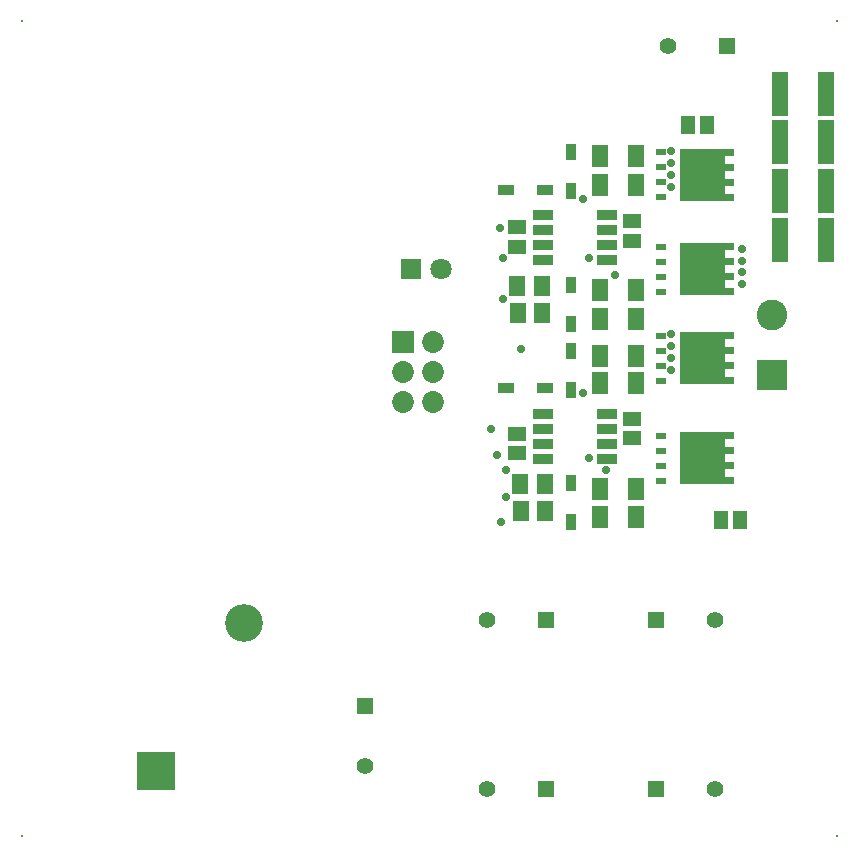
<source format=gts>
G04*
G04 #@! TF.GenerationSoftware,Altium Limited,Altium Designer,20.1.12 (249)*
G04*
G04 Layer_Color=8388736*
%FSLAX44Y44*%
%MOMM*%
G71*
G04*
G04 #@! TF.SameCoordinates,BAD2E13A-ADEF-41FB-B1CA-1C4B7F66A015*
G04*
G04*
G04 #@! TF.FilePolarity,Negative*
G04*
G01*
G75*
%ADD26R,1.3561X1.8582*%
%ADD28R,1.1632X1.5932*%
%ADD29R,1.4532X0.9532*%
%ADD30R,1.7282X0.8532*%
%ADD31R,1.4532X1.7532*%
%ADD32R,0.9532X1.4532*%
%ADD33R,1.5932X1.1632*%
%ADD34R,0.8500X0.5000*%
%ADD35R,1.4532X3.7232*%
%ADD36R,1.8532X1.8532*%
%ADD37C,1.8532*%
%ADD38C,1.4032*%
%ADD39R,1.4032X1.4032*%
%ADD40C,0.2000*%
%ADD41C,3.2032*%
%ADD42R,3.2032X3.2032*%
%ADD43R,1.4032X1.4032*%
%ADD44C,2.6032*%
%ADD45R,2.6032X2.6032*%
%ADD46C,1.8032*%
%ADD47R,1.8032X1.8032*%
%ADD48C,0.7016*%
%ADD49C,0.7000*%
%ADD50C,0.8032*%
G36*
X633250Y372050D02*
X587750D01*
Y327950D01*
X633250D01*
Y333950D01*
X625250D01*
Y340650D01*
X633250D01*
Y346650D01*
X625250D01*
Y353350D01*
X633250D01*
Y359350D01*
X625250D01*
Y366050D01*
X633250D01*
Y372050D01*
D02*
G37*
G36*
Y457050D02*
X587750D01*
Y412950D01*
X633250D01*
Y418950D01*
X625250D01*
Y425650D01*
X633250D01*
Y431650D01*
X625250D01*
Y438350D01*
X633250D01*
Y444350D01*
X625250D01*
Y451050D01*
X633250D01*
Y457050D01*
D02*
G37*
G36*
Y532050D02*
X587750D01*
Y487950D01*
X633250D01*
Y493950D01*
X625250D01*
Y500650D01*
X633250D01*
Y506650D01*
X625250D01*
Y513350D01*
X633250D01*
Y519350D01*
X625250D01*
Y526050D01*
X633250D01*
Y532050D01*
D02*
G37*
G36*
X633250Y612050D02*
X587750D01*
Y567950D01*
X633250D01*
Y573950D01*
X625250D01*
Y580650D01*
X633250D01*
Y586650D01*
X625250D01*
Y593350D01*
X633250D01*
Y599350D01*
X625250D01*
Y606050D01*
X633250D01*
Y612050D01*
D02*
G37*
D26*
X550261Y605852D02*
D03*
X519739D02*
D03*
X550261Y581352D02*
D03*
X519739D02*
D03*
X550261Y468180D02*
D03*
X519739D02*
D03*
X550261Y492180D02*
D03*
X519739D02*
D03*
X550261Y437060D02*
D03*
X519739D02*
D03*
X550261Y413544D02*
D03*
X519739D02*
D03*
X550261Y300380D02*
D03*
X519739D02*
D03*
X550261Y324380D02*
D03*
X519739D02*
D03*
D28*
X638100Y297500D02*
D03*
X621900D02*
D03*
X594400Y632500D02*
D03*
X610600D02*
D03*
D29*
X440374Y577311D02*
D03*
X473374D02*
D03*
Y409502D02*
D03*
X440374D02*
D03*
D30*
X471045Y555818D02*
D03*
Y543118D02*
D03*
Y530418D02*
D03*
Y517718D02*
D03*
X525285D02*
D03*
Y530418D02*
D03*
Y543118D02*
D03*
Y555818D02*
D03*
X471045Y388010D02*
D03*
Y375310D02*
D03*
Y362610D02*
D03*
Y349910D02*
D03*
X525285D02*
D03*
Y362610D02*
D03*
Y375310D02*
D03*
Y388010D02*
D03*
D31*
X450374Y473183D02*
D03*
X470874D02*
D03*
X470250Y496226D02*
D03*
X449750D02*
D03*
X472750Y328417D02*
D03*
X452250D02*
D03*
X452707Y305375D02*
D03*
X473208D02*
D03*
D32*
X495166Y408252D02*
D03*
Y441252D02*
D03*
Y609061D02*
D03*
Y576061D02*
D03*
Y463500D02*
D03*
Y496500D02*
D03*
X495000Y329000D02*
D03*
Y296000D02*
D03*
D33*
X449372Y545600D02*
D03*
Y529400D02*
D03*
X546957Y534400D02*
D03*
Y550600D02*
D03*
X546957Y383100D02*
D03*
Y366900D02*
D03*
X449372Y370600D02*
D03*
Y354400D02*
D03*
D34*
X571000Y570950D02*
D03*
Y583650D02*
D03*
Y596350D02*
D03*
Y609050D02*
D03*
X571000Y529050D02*
D03*
Y516350D02*
D03*
Y503650D02*
D03*
Y490950D02*
D03*
Y415950D02*
D03*
Y428650D02*
D03*
Y441350D02*
D03*
Y454050D02*
D03*
Y369050D02*
D03*
Y356350D02*
D03*
Y343650D02*
D03*
Y330950D02*
D03*
D35*
X711300Y535000D02*
D03*
X671700D02*
D03*
Y576243D02*
D03*
X711300D02*
D03*
X671700Y617485D02*
D03*
X711300D02*
D03*
X671700Y658728D02*
D03*
X711300D02*
D03*
D36*
X352500Y448300D02*
D03*
D37*
X377900D02*
D03*
X352500Y422900D02*
D03*
Y397500D02*
D03*
X377900Y422900D02*
D03*
Y397500D02*
D03*
D38*
X424085Y213293D02*
D03*
X424085Y70250D02*
D03*
X617128D02*
D03*
X577500Y699043D02*
D03*
X617128Y213293D02*
D03*
X321043Y90000D02*
D03*
D39*
X474085Y213293D02*
D03*
X474085Y70250D02*
D03*
X567128D02*
D03*
X627500Y699043D02*
D03*
X567128Y213293D02*
D03*
D40*
X30000Y30000D02*
D03*
Y720000D02*
D03*
X720000D02*
D03*
Y30000D02*
D03*
D41*
X218500Y210250D02*
D03*
D42*
X143500Y85250D02*
D03*
D43*
X321043Y140000D02*
D03*
D44*
X665000Y471730D02*
D03*
D45*
Y420930D02*
D03*
D46*
X385200Y510000D02*
D03*
D47*
X359800D02*
D03*
D48*
X452500Y442500D02*
D03*
X580000Y435000D02*
D03*
Y445000D02*
D03*
Y455000D02*
D03*
X525000Y340000D02*
D03*
X437500Y485000D02*
D03*
X510000Y350000D02*
D03*
X532500Y505000D02*
D03*
X436016Y296484D02*
D03*
X440000Y340000D02*
D03*
X440188Y317312D02*
D03*
X432500Y352500D02*
D03*
X437661Y520000D02*
D03*
X580000Y425000D02*
D03*
Y580000D02*
D03*
Y590000D02*
D03*
Y600000D02*
D03*
Y610000D02*
D03*
X427500Y375000D02*
D03*
X435000Y545000D02*
D03*
X505000Y405000D02*
D03*
X510000Y520000D02*
D03*
X505000Y570000D02*
D03*
X640000Y497500D02*
D03*
Y507500D02*
D03*
Y517500D02*
D03*
Y527500D02*
D03*
X592000Y590000D02*
D03*
Y572000D02*
D03*
X601000D02*
D03*
X610000D02*
D03*
X619000D02*
D03*
Y581000D02*
D03*
X610000D02*
D03*
X601000D02*
D03*
Y590000D02*
D03*
X610000D02*
D03*
X619000D02*
D03*
Y599000D02*
D03*
X610000D02*
D03*
X601000D02*
D03*
Y608000D02*
D03*
X610000D02*
D03*
X619000D02*
D03*
X592000Y581000D02*
D03*
X592000Y501000D02*
D03*
X619000Y528000D02*
D03*
X610000D02*
D03*
X601000D02*
D03*
Y519000D02*
D03*
X610000D02*
D03*
X619000D02*
D03*
Y510000D02*
D03*
X610000D02*
D03*
X601000D02*
D03*
Y501000D02*
D03*
X610000D02*
D03*
X619000D02*
D03*
Y492000D02*
D03*
X610000D02*
D03*
X601000D02*
D03*
X592000D02*
D03*
Y510000D02*
D03*
Y435000D02*
D03*
Y417000D02*
D03*
X601000D02*
D03*
X610000D02*
D03*
X619000D02*
D03*
Y426000D02*
D03*
X610000D02*
D03*
X601000D02*
D03*
Y435000D02*
D03*
X610000D02*
D03*
X619000D02*
D03*
Y444000D02*
D03*
X610000D02*
D03*
X601000D02*
D03*
Y453000D02*
D03*
X610000D02*
D03*
X619000D02*
D03*
X592000Y426000D02*
D03*
Y341000D02*
D03*
X619000Y368000D02*
D03*
X610000D02*
D03*
X601000D02*
D03*
Y359000D02*
D03*
X610000D02*
D03*
X619000D02*
D03*
Y350000D02*
D03*
X610000D02*
D03*
X601000D02*
D03*
Y341000D02*
D03*
X610000D02*
D03*
X619000D02*
D03*
Y332000D02*
D03*
X610000D02*
D03*
X601000D02*
D03*
X592000D02*
D03*
Y350000D02*
D03*
D49*
X592000Y608000D02*
D03*
X592000Y528000D02*
D03*
Y453000D02*
D03*
Y368000D02*
D03*
D50*
X592000Y599000D02*
D03*
X592000Y519000D02*
D03*
Y444000D02*
D03*
Y359000D02*
D03*
M02*

</source>
